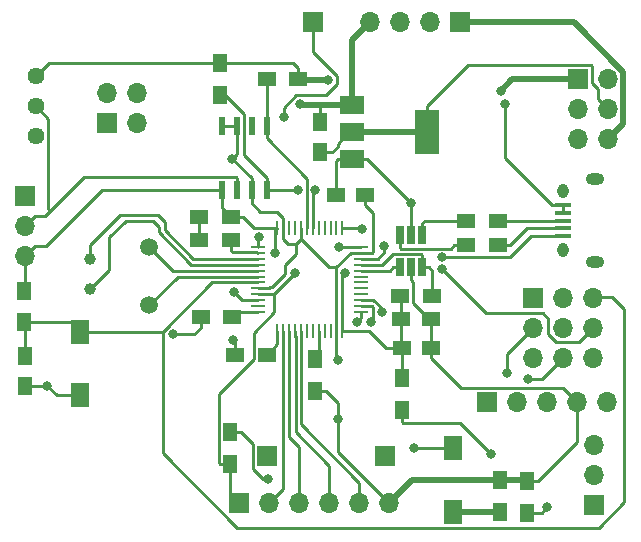
<source format=gbr>
G04 #@! TF.GenerationSoftware,KiCad,Pcbnew,(5.1.5)-3*
G04 #@! TF.CreationDate,2020-04-28T00:17:26+02:00*
G04 #@! TF.ProjectId,main_pcb,6d61696e-5f70-4636-922e-6b696361645f,1*
G04 #@! TF.SameCoordinates,Original*
G04 #@! TF.FileFunction,Copper,L1,Top*
G04 #@! TF.FilePolarity,Positive*
%FSLAX46Y46*%
G04 Gerber Fmt 4.6, Leading zero omitted, Abs format (unit mm)*
G04 Created by KiCad (PCBNEW (5.1.5)-3) date 2020-04-28 00:17:26*
%MOMM*%
%LPD*%
G04 APERTURE LIST*
%ADD10R,1.700000X1.700000*%
%ADD11O,1.700000X1.700000*%
%ADD12R,1.250000X1.500000*%
%ADD13R,1.500000X1.250000*%
%ADD14R,1.300000X1.500000*%
%ADD15R,1.500000X1.300000*%
%ADD16R,1.350000X0.400000*%
%ADD17O,0.950000X1.250000*%
%ADD18O,1.550000X1.000000*%
%ADD19C,1.440000*%
%ADD20R,1.600000X2.000000*%
%ADD21R,1.300000X0.250000*%
%ADD22R,0.250000X1.300000*%
%ADD23R,0.600000X1.550000*%
%ADD24R,0.650000X1.560000*%
%ADD25R,2.000000X3.800000*%
%ADD26R,2.000000X1.500000*%
%ADD27C,1.500000*%
%ADD28C,1.000000*%
%ADD29C,0.800000*%
%ADD30C,0.250000*%
%ADD31C,0.500000*%
G04 APERTURE END LIST*
D10*
X130800000Y-92500000D03*
D11*
X133340000Y-92500000D03*
X135880000Y-92500000D03*
X138420000Y-92500000D03*
X140960000Y-92500000D03*
D12*
X91658440Y-88633300D03*
X91658440Y-91133300D03*
D13*
X126073220Y-87944960D03*
X123573220Y-87944960D03*
X126043060Y-85476080D03*
X123543060Y-85476080D03*
X120495380Y-74978260D03*
X117995380Y-74978260D03*
D12*
X116644420Y-71330820D03*
X116644420Y-68830820D03*
D14*
X109049820Y-97745540D03*
X109049820Y-95045540D03*
X123558300Y-90487500D03*
X123558300Y-93187500D03*
D15*
X106396800Y-76824840D03*
X109096800Y-76824840D03*
D10*
X128501140Y-60370720D03*
D11*
X125961140Y-60370720D03*
X123421140Y-60370720D03*
X120881140Y-60370720D03*
X141013180Y-70243700D03*
X138473180Y-70243700D03*
X141013180Y-67703700D03*
X138473180Y-67703700D03*
X141013180Y-65163700D03*
D10*
X138473180Y-65163700D03*
X122191780Y-97066100D03*
X109819440Y-101041200D03*
D11*
X112359440Y-101041200D03*
X114899440Y-101041200D03*
X117439440Y-101041200D03*
X119979440Y-101041200D03*
X122519440Y-101041200D03*
D10*
X112166400Y-97068640D03*
X98651060Y-68856860D03*
D11*
X98651060Y-66316860D03*
X101191060Y-68856860D03*
X101191060Y-66316860D03*
D10*
X91706700Y-75067160D03*
D11*
X91706700Y-77607160D03*
X91706700Y-80147160D03*
D16*
X137245100Y-78452500D03*
X137245100Y-77802500D03*
X137245100Y-77152500D03*
X137245100Y-76502500D03*
X137245100Y-75852500D03*
D17*
X137245100Y-79652500D03*
X137245100Y-74652500D03*
D18*
X139945100Y-80652500D03*
X139945100Y-73652500D03*
D14*
X131927600Y-99133660D03*
X131927600Y-101833660D03*
X134221220Y-101876840D03*
X134221220Y-99176840D03*
D15*
X109240300Y-85341460D03*
X106540300Y-85341460D03*
X109428300Y-88506300D03*
X112128300Y-88506300D03*
D14*
X91622880Y-85783420D03*
X91622880Y-83083420D03*
D15*
X109118400Y-78806040D03*
X106418400Y-78806040D03*
D14*
X108197660Y-63798460D03*
X108197660Y-66498460D03*
D15*
X112128320Y-65173860D03*
X114828320Y-65173860D03*
X126171960Y-83545680D03*
X123471960Y-83545680D03*
D19*
X92585540Y-64952880D03*
X92585540Y-67492880D03*
X92585540Y-70032880D03*
D15*
X129018040Y-79253080D03*
X131718040Y-79253080D03*
X129001540Y-77190600D03*
X131701540Y-77190600D03*
D20*
X127911860Y-96423500D03*
X127911860Y-101823500D03*
X96316800Y-86560680D03*
X96316800Y-91960680D03*
D21*
X111448600Y-79393600D03*
X111448600Y-79893600D03*
X111448600Y-80393600D03*
X111448600Y-80893600D03*
X111448600Y-81393600D03*
X111448600Y-81893600D03*
X111448600Y-82393600D03*
X111448600Y-82893600D03*
X111448600Y-83393600D03*
X111448600Y-83893600D03*
X111448600Y-84393600D03*
X111448600Y-84893600D03*
D22*
X113048600Y-86493600D03*
X113548600Y-86493600D03*
X114048600Y-86493600D03*
X114548600Y-86493600D03*
X115048600Y-86493600D03*
X115548600Y-86493600D03*
X116048600Y-86493600D03*
X116548600Y-86493600D03*
X117048600Y-86493600D03*
X117548600Y-86493600D03*
X118048600Y-86493600D03*
X118548600Y-86493600D03*
D21*
X120148600Y-84893600D03*
X120148600Y-84393600D03*
X120148600Y-83893600D03*
X120148600Y-83393600D03*
X120148600Y-82893600D03*
X120148600Y-82393600D03*
X120148600Y-81893600D03*
X120148600Y-81393600D03*
X120148600Y-80893600D03*
X120148600Y-80393600D03*
X120148600Y-79893600D03*
X120148600Y-79393600D03*
D22*
X118548600Y-77793600D03*
X118048600Y-77793600D03*
X117548600Y-77793600D03*
X117048600Y-77793600D03*
X116548600Y-77793600D03*
X116048600Y-77793600D03*
X115548600Y-77793600D03*
X115048600Y-77793600D03*
X114548600Y-77793600D03*
X114048600Y-77793600D03*
X113548600Y-77793600D03*
X113048600Y-77793600D03*
D23*
X108320840Y-74566760D03*
X109590840Y-74566760D03*
X110860840Y-74566760D03*
X112130840Y-74566760D03*
X112130840Y-69166760D03*
X110860840Y-69166760D03*
X109590840Y-69166760D03*
X108320840Y-69166760D03*
D24*
X123413480Y-81116160D03*
X124363480Y-81116160D03*
X125313480Y-81116160D03*
X125313480Y-78416160D03*
X123413480Y-78416160D03*
X124363480Y-78416160D03*
D25*
X125692300Y-69639180D03*
D26*
X119392300Y-69639180D03*
X119392300Y-71939180D03*
X119392300Y-67339180D03*
D27*
X102199440Y-79420720D03*
X102199440Y-84320720D03*
D28*
X97205800Y-80365600D03*
X97205800Y-82905600D03*
D14*
X116255800Y-91567000D03*
X116255800Y-88867000D03*
D11*
X139829540Y-96192340D03*
X139829540Y-98732340D03*
D10*
X139829540Y-101272340D03*
X116039900Y-60373260D03*
X134696200Y-83703160D03*
D11*
X137236200Y-83703160D03*
X134696200Y-86243160D03*
X137236200Y-86243160D03*
X134696200Y-88783160D03*
X137236200Y-88783160D03*
X139776200Y-83703160D03*
X139776200Y-86243160D03*
X139776200Y-88783160D03*
D29*
X109186980Y-71904860D03*
X114998679Y-67276801D03*
X118186200Y-88922860D03*
X132351780Y-67269360D03*
X93576140Y-91132660D03*
X118193820Y-93913960D03*
X118773600Y-81613471D03*
X112823600Y-79888080D03*
X118267480Y-79395320D03*
X131953000Y-66141600D03*
X117340380Y-65265300D03*
X114548991Y-81613471D03*
X126954280Y-80246161D03*
X124363480Y-75660360D03*
X112245140Y-99011740D03*
X134228840Y-90530680D03*
X109326680Y-87274400D03*
X104233594Y-86771011D03*
X109380020Y-83195160D03*
X124627640Y-96426020D03*
X135912860Y-101394260D03*
X131150360Y-96903540D03*
X132527040Y-90017600D03*
X111478060Y-78518600D03*
X113591340Y-68374260D03*
X116273600Y-74564240D03*
X114805460Y-74569320D03*
X121889520Y-84876640D03*
X120967500Y-85768600D03*
X119806720Y-85768600D03*
X126984760Y-81295240D03*
X122084459Y-79288899D03*
X120200420Y-77830680D03*
D30*
X113548600Y-76933598D02*
X113035982Y-76420980D01*
X113548600Y-77793600D02*
X113548600Y-76933598D01*
X113035982Y-76420980D02*
X111587280Y-76420980D01*
X110860840Y-75694540D02*
X110860840Y-74566760D01*
X111587280Y-76420980D02*
X110860840Y-75694540D01*
X109223940Y-71904860D02*
X109186980Y-71904860D01*
X110860840Y-73541760D02*
X109223940Y-71904860D01*
X110860840Y-74566760D02*
X110860840Y-73541760D01*
X109590840Y-71501000D02*
X109186980Y-71904860D01*
X109590840Y-69166760D02*
X109590840Y-71501000D01*
X108320840Y-69166760D02*
X109590840Y-69166760D01*
D31*
X115061058Y-67339180D02*
X114998679Y-67276801D01*
D30*
X114998679Y-67276801D02*
X115090401Y-67276801D01*
D31*
X124426980Y-99133660D02*
X122519440Y-101041200D01*
X131927600Y-99133660D02*
X124426980Y-99133660D01*
D30*
X118048600Y-88785260D02*
X118048600Y-86493600D01*
X118186200Y-88922860D02*
X118048600Y-88785260D01*
X122519440Y-101041200D02*
X118193820Y-96715580D01*
X118193820Y-96715580D02*
X118193820Y-93913960D01*
X111448600Y-82893600D02*
X112308602Y-82893600D01*
X119248600Y-79893600D02*
X120148600Y-79893600D01*
X118048600Y-81093600D02*
X119248600Y-79893600D01*
X118048600Y-86493600D02*
X118048600Y-81093600D01*
X124363480Y-82146160D02*
X124363480Y-81116160D01*
X124546961Y-82329641D02*
X124363480Y-82146160D01*
X124546961Y-84104981D02*
X124546961Y-82329641D01*
X125918060Y-85476080D02*
X124546961Y-84104981D01*
X126043060Y-85476080D02*
X125918060Y-85476080D01*
X137245100Y-75852500D02*
X137245100Y-76502500D01*
X132351780Y-71884180D02*
X132351780Y-67269360D01*
X137245100Y-75852500D02*
X136320100Y-75852500D01*
X136320100Y-75852500D02*
X132351780Y-71884180D01*
D31*
X119392300Y-61859560D02*
X120881140Y-60370720D01*
X119392300Y-67339180D02*
X119392300Y-61859560D01*
D30*
X118193820Y-92605020D02*
X118193820Y-93348275D01*
X117155800Y-91567000D02*
X118193820Y-92605020D01*
X116255800Y-91567000D02*
X117155800Y-91567000D01*
X115048600Y-78693600D02*
X114616120Y-79126080D01*
X115048600Y-77793600D02*
X115048600Y-78693600D01*
X126073220Y-85506240D02*
X126043060Y-85476080D01*
X126073220Y-87944960D02*
X126073220Y-85506240D01*
X117448600Y-81093600D02*
X118048600Y-81093600D01*
X115048600Y-78693600D02*
X117448600Y-81093600D01*
X121048600Y-79893600D02*
X120148600Y-79893600D01*
X121123601Y-79818599D02*
X121048600Y-79893600D01*
X121123601Y-76481481D02*
X121123601Y-79818599D01*
X120495380Y-75853260D02*
X121123601Y-76481481D01*
X120495380Y-74978260D02*
X120495380Y-75853260D01*
X96316800Y-91960680D02*
X94409240Y-91960680D01*
X94409240Y-91960680D02*
X93581220Y-91132660D01*
X93581220Y-91132660D02*
X93576140Y-91132660D01*
X93575500Y-91133300D02*
X93576140Y-91132660D01*
X91658440Y-91133300D02*
X93575500Y-91133300D01*
X116641880Y-67828280D02*
X116641880Y-67335400D01*
X116644420Y-67830820D02*
X116641880Y-67828280D01*
X116644420Y-68830820D02*
X116644420Y-67830820D01*
D31*
X119392300Y-67339180D02*
X116641880Y-67335400D01*
X116641880Y-67335400D02*
X115061058Y-67339180D01*
X134178040Y-99133660D02*
X134221220Y-99176840D01*
X131927600Y-99133660D02*
X134178040Y-99133660D01*
D30*
X118193820Y-93348275D02*
X118193820Y-93913960D01*
X135121220Y-99176840D02*
X134221220Y-99176840D01*
X138420000Y-95878060D02*
X135121220Y-99176840D01*
X138420000Y-92500000D02*
X138420000Y-95878060D01*
X126073220Y-88819960D02*
X126073220Y-87944960D01*
X128559659Y-91306399D02*
X126073220Y-88819960D01*
X137226399Y-91306399D02*
X138420000Y-92500000D01*
X128559659Y-91306399D02*
X137226399Y-91306399D01*
X113548600Y-78693600D02*
X113548600Y-77793600D01*
X113981080Y-79126080D02*
X113548600Y-78693600D01*
X114616120Y-79126080D02*
X113981080Y-79126080D01*
X112423601Y-82778601D02*
X112613439Y-82778601D01*
X112308602Y-82893600D02*
X112423601Y-82778601D01*
X112613439Y-82778601D02*
X113675160Y-81716880D01*
X113675160Y-81716880D02*
X113675160Y-80899000D01*
X114616120Y-79958040D02*
X114616120Y-79126080D01*
X113675160Y-80899000D02*
X114616120Y-79958040D01*
X91658440Y-85818980D02*
X91622880Y-85783420D01*
X91658440Y-88633300D02*
X91658440Y-85818980D01*
X95539540Y-85783420D02*
X96316800Y-86560680D01*
X91622880Y-85783420D02*
X95539540Y-85783420D01*
X110548600Y-82393600D02*
X111448600Y-82393600D01*
X107503158Y-82393600D02*
X110548600Y-82393600D01*
X103336078Y-86560680D02*
X107503158Y-82393600D01*
X96316800Y-86560680D02*
X103336078Y-86560680D01*
X103336078Y-96842840D02*
X103336078Y-86560680D01*
X109641739Y-103148501D02*
X103336078Y-96842840D01*
X140238381Y-103148501D02*
X109641739Y-103148501D01*
X139621260Y-83649820D02*
X140721260Y-83649820D01*
X140238381Y-103148501D02*
X142407640Y-100979242D01*
X142407640Y-100979242D02*
X142407640Y-84653120D01*
X141404340Y-83649820D02*
X140721260Y-83649820D01*
X142407640Y-84653120D02*
X141404340Y-83649820D01*
X104172320Y-81393600D02*
X102199440Y-79420720D01*
X111448600Y-81393600D02*
X104172320Y-81393600D01*
X104626560Y-81893600D02*
X102199440Y-84320720D01*
X111448600Y-81893600D02*
X104626560Y-81893600D01*
X105912812Y-80393600D02*
X111448600Y-80393600D01*
X103496202Y-77976990D02*
X103496202Y-77273242D01*
X105912812Y-80393600D02*
X103496202Y-77976990D01*
X103496202Y-77273242D02*
X102930960Y-76708000D01*
X102930960Y-76708000D02*
X99684840Y-76708000D01*
X97205800Y-79187040D02*
X97205800Y-80365600D01*
X99684840Y-76708000D02*
X97205800Y-79187040D01*
X98806000Y-81305400D02*
X97205800Y-82905600D01*
X98806000Y-78582520D02*
X98806000Y-81305400D01*
X100218240Y-77170280D02*
X98806000Y-78582520D01*
X105776402Y-80893600D02*
X103046193Y-78163391D01*
X111448600Y-80893600D02*
X105776402Y-80893600D01*
X103046193Y-78163391D02*
X103046193Y-77732553D01*
X103046193Y-77732553D02*
X102483920Y-77170280D01*
X102483920Y-77170280D02*
X100218240Y-77170280D01*
X109049820Y-100271580D02*
X109819440Y-101041200D01*
X109049820Y-97745540D02*
X109049820Y-100271580D01*
X92556699Y-79297161D02*
X93488879Y-79297161D01*
X91706700Y-80147160D02*
X92556699Y-79297161D01*
X98219280Y-74566760D02*
X108320840Y-74566760D01*
X93488879Y-79297161D02*
X98219280Y-74566760D01*
X118548600Y-86493600D02*
X118548600Y-81838471D01*
X118548600Y-81838471D02*
X118773600Y-81613471D01*
X112823600Y-78018600D02*
X113048600Y-77793600D01*
X112823600Y-79888080D02*
X112823600Y-78018600D01*
X120146880Y-79395320D02*
X120148600Y-79393600D01*
X118267480Y-79395320D02*
X120146880Y-79395320D01*
X109472720Y-100694480D02*
X109819440Y-101041200D01*
X91706700Y-82999600D02*
X91622880Y-83083420D01*
X91706700Y-80147160D02*
X91706700Y-82999600D01*
X123543060Y-83616780D02*
X123471960Y-83545680D01*
X123543060Y-85476080D02*
X123543060Y-83616780D01*
D31*
X132930900Y-65163700D02*
X138473180Y-65163700D01*
X131953000Y-66141600D02*
X132930900Y-65163700D01*
X114919760Y-65265300D02*
X114828320Y-65173860D01*
X117340380Y-65265300D02*
X114919760Y-65265300D01*
D30*
X108320840Y-76048880D02*
X109096800Y-76824840D01*
X108320840Y-74566760D02*
X108320840Y-76048880D01*
X112673600Y-77793600D02*
X113048600Y-77793600D01*
X111065560Y-77793600D02*
X112673600Y-77793600D01*
X110096800Y-76824840D02*
X111065560Y-77793600D01*
X109096800Y-76824840D02*
X110096800Y-76824840D01*
X123543060Y-87914800D02*
X123573220Y-87944960D01*
X123543060Y-85476080D02*
X123543060Y-87914800D01*
X123573220Y-90472580D02*
X123558300Y-90487500D01*
X123573220Y-87944960D02*
X123573220Y-90472580D01*
X111448600Y-83393600D02*
X112768862Y-83393600D01*
X112768862Y-83393600D02*
X114548991Y-81613471D01*
X112768862Y-84933340D02*
X112768862Y-83393600D01*
X111053299Y-86648903D02*
X112768862Y-84933340D01*
X111053299Y-88866303D02*
X111053299Y-86648903D01*
X108074819Y-91844783D02*
X111053299Y-88866303D01*
X108074819Y-97670539D02*
X108074819Y-91844783D01*
X108149820Y-97745540D02*
X108074819Y-97670539D01*
X109049820Y-97745540D02*
X108149820Y-97745540D01*
X109097660Y-63798460D02*
X108197660Y-63798460D01*
X114352920Y-63798460D02*
X109097660Y-63798460D01*
X114828320Y-64273860D02*
X114352920Y-63798460D01*
X114828320Y-65173860D02*
X114828320Y-64273860D01*
X93739960Y-63798460D02*
X92585540Y-64952880D01*
X108197660Y-63798460D02*
X93739960Y-63798460D01*
X118548600Y-86493600D02*
X120809000Y-86493600D01*
X122260360Y-87944960D02*
X123573220Y-87944960D01*
X120809000Y-86493600D02*
X122260360Y-87944960D01*
X124363480Y-77386160D02*
X124363480Y-78416160D01*
X124363480Y-75660360D02*
X124363480Y-77386160D01*
X120642300Y-71939180D02*
X124363480Y-75660360D01*
X119392300Y-71939180D02*
X120642300Y-71939180D01*
X118142300Y-71939180D02*
X119392300Y-71939180D01*
X117995380Y-72086100D02*
X118142300Y-71939180D01*
X117995380Y-74978260D02*
X117995380Y-72086100D01*
X132709961Y-80246161D02*
X126954280Y-80246161D01*
X137245100Y-78452500D02*
X134503622Y-78452500D01*
X134503622Y-78452500D02*
X132709961Y-80246161D01*
D31*
X119392300Y-69639180D02*
X125692300Y-69639180D01*
D30*
X119142300Y-69639180D02*
X119392300Y-69639180D01*
X118142300Y-70639180D02*
X119142300Y-69639180D01*
X118142300Y-70889180D02*
X118142300Y-70639180D01*
X117700660Y-71330820D02*
X118142300Y-70889180D01*
X116644420Y-71330820D02*
X117700660Y-71330820D01*
X125692300Y-67489180D02*
X125692300Y-69639180D01*
X129192781Y-63988699D02*
X125692300Y-67489180D01*
X139583181Y-63988699D02*
X129192781Y-63988699D01*
X139648181Y-64053699D02*
X139583181Y-63988699D01*
X139648181Y-65537703D02*
X139648181Y-64053699D01*
X140163181Y-66052703D02*
X139648181Y-65537703D01*
X140163181Y-66853701D02*
X140163181Y-66052703D01*
X141013180Y-67703700D02*
X140163181Y-66853701D01*
X109949820Y-95045540D02*
X110991399Y-96087119D01*
X109049820Y-95045540D02*
X109949820Y-95045540D01*
X110991399Y-96087119D02*
X110991399Y-98178641D01*
X110991399Y-98178641D02*
X111824498Y-99011740D01*
X111824498Y-99011740D02*
X112245140Y-99011740D01*
X135488680Y-90530680D02*
X137236200Y-88783160D01*
X134228840Y-90530680D02*
X135488680Y-90530680D01*
X109428300Y-88506300D02*
X109428300Y-87376020D01*
X109428300Y-87376020D02*
X109326680Y-87274400D01*
X106010749Y-86771011D02*
X104233594Y-86771011D01*
X106540300Y-85341460D02*
X106540300Y-86241460D01*
X106540300Y-86241460D02*
X106010749Y-86771011D01*
X110078460Y-83893600D02*
X111448600Y-83893600D01*
X109380020Y-83195160D02*
X110078460Y-83893600D01*
X127909340Y-96426020D02*
X127911860Y-96423500D01*
X124627640Y-96426020D02*
X127909340Y-96426020D01*
X134221220Y-101876840D02*
X135430280Y-101876840D01*
X135430280Y-101876840D02*
X135912860Y-101394260D01*
X128530601Y-94283781D02*
X131150360Y-96903540D01*
X123654581Y-94283781D02*
X128530601Y-94283781D01*
X123558300Y-93187500D02*
X123558300Y-94187500D01*
X123558300Y-94187500D02*
X123654581Y-94283781D01*
X106418400Y-76846440D02*
X106396800Y-76824840D01*
X106418400Y-78806040D02*
X106418400Y-76846440D01*
X132527040Y-88412320D02*
X134696200Y-86243160D01*
X132527040Y-90017600D02*
X132527040Y-88412320D01*
D31*
X141863179Y-69393701D02*
X141013180Y-70243700D01*
X142313181Y-68943699D02*
X141863179Y-69393701D01*
X142313181Y-64539699D02*
X142313181Y-68943699D01*
X138144202Y-60370720D02*
X142313181Y-64539699D01*
X128501140Y-60370720D02*
X138144202Y-60370720D01*
D30*
X115048600Y-86493600D02*
X115048600Y-94400940D01*
X119979440Y-99331780D02*
X119979440Y-101041200D01*
X115048600Y-94400940D02*
X119979440Y-99331780D01*
X114598590Y-86950690D02*
X114598590Y-95073610D01*
X114548600Y-86493600D02*
X114548600Y-86900700D01*
X114548600Y-86900700D02*
X114598590Y-86950690D01*
X117439440Y-97914460D02*
X117439440Y-101041200D01*
X114598590Y-95073610D02*
X117439440Y-97914460D01*
X114048600Y-86493600D02*
X114048600Y-95496440D01*
X114899440Y-96347280D02*
X114899440Y-101041200D01*
X114048600Y-95496440D02*
X114899440Y-96347280D01*
X113548600Y-99852040D02*
X112359440Y-101041200D01*
X113548600Y-86493600D02*
X113548600Y-99852040D01*
X111448600Y-79393600D02*
X111448600Y-78548060D01*
X111448600Y-78548060D02*
X111478060Y-78518600D01*
X113591340Y-67808575D02*
X113591340Y-68374260D01*
X113591340Y-67611138D02*
X113591340Y-67808575D01*
X114650678Y-66551800D02*
X113591340Y-67611138D01*
X117126882Y-66551800D02*
X114650678Y-66551800D01*
X118065381Y-65613301D02*
X117126882Y-66551800D01*
X118065381Y-64917299D02*
X118065381Y-65613301D01*
X116039900Y-62891818D02*
X118065381Y-64917299D01*
X116039900Y-60373260D02*
X116039900Y-62891818D01*
X92556699Y-76757161D02*
X93356799Y-76757161D01*
X91706700Y-77607160D02*
X92556699Y-76757161D01*
X109590840Y-73541760D02*
X109590840Y-74566760D01*
X109515839Y-73466759D02*
X109590840Y-73541760D01*
X96647201Y-73466759D02*
X109515839Y-73466759D01*
X93630541Y-76114701D02*
X93819980Y-76304140D01*
X93630541Y-68537881D02*
X93630541Y-76114701D01*
X92585540Y-67492880D02*
X93630541Y-68537881D01*
X93356799Y-76757161D02*
X93819980Y-76304140D01*
X93819980Y-76304140D02*
X96647201Y-73466759D01*
X137207000Y-77190600D02*
X137245100Y-77152500D01*
X131701540Y-77190600D02*
X137207000Y-77190600D01*
X136320100Y-77802500D02*
X137245100Y-77802500D01*
X134168620Y-77802500D02*
X136320100Y-77802500D01*
X132718040Y-79253080D02*
X134168620Y-77802500D01*
X131718040Y-79253080D02*
X132718040Y-79253080D01*
D31*
X131917440Y-101823500D02*
X131927600Y-101833660D01*
X127911860Y-101823500D02*
X131917440Y-101823500D01*
D30*
X109688160Y-84893600D02*
X109240300Y-85341460D01*
X111448600Y-84893600D02*
X109688160Y-84893600D01*
X113048600Y-87586000D02*
X112128300Y-88506300D01*
X113048600Y-86493600D02*
X113048600Y-87586000D01*
X109118400Y-79706040D02*
X109118400Y-78806040D01*
X109255961Y-79843601D02*
X109118400Y-79706040D01*
X111305701Y-79843601D02*
X109255961Y-79843601D01*
X111355700Y-79893600D02*
X111305701Y-79843601D01*
X111448600Y-79893600D02*
X111355700Y-79893600D01*
X116048600Y-77793600D02*
X116048600Y-74789240D01*
X116048600Y-74789240D02*
X116273600Y-74564240D01*
X112133400Y-74569320D02*
X112130840Y-74566760D01*
X114805460Y-74569320D02*
X112133400Y-74569320D01*
X110215841Y-68131759D02*
X108492382Y-66408300D01*
X112130840Y-74566760D02*
X112130840Y-73541760D01*
X110215841Y-71626761D02*
X110215841Y-68131759D01*
X112130840Y-73541760D02*
X110215841Y-71626761D01*
X115548600Y-76893600D02*
X115548600Y-77793600D01*
X115548600Y-73609520D02*
X115548600Y-76893600D01*
X112130840Y-70191760D02*
X115548600Y-73609520D01*
X112130840Y-69166760D02*
X112130840Y-70191760D01*
X112130840Y-65176380D02*
X112128320Y-65173860D01*
X112130840Y-69166760D02*
X112130840Y-65176380D01*
X125888480Y-81116160D02*
X125313480Y-81116160D01*
X126171960Y-81399640D02*
X125888480Y-81116160D01*
X126171960Y-83545680D02*
X126171960Y-81399640D01*
X125313480Y-80086160D02*
X125313480Y-81116160D01*
X125238479Y-80011159D02*
X125313480Y-80086160D01*
X122828479Y-80011159D02*
X125238479Y-80011159D01*
X121946038Y-80893600D02*
X122828479Y-80011159D01*
X120148600Y-80893600D02*
X121946038Y-80893600D01*
X123413480Y-79446160D02*
X123413480Y-78416160D01*
X123488481Y-79521161D02*
X123413480Y-79446160D01*
X127749959Y-79521161D02*
X123488481Y-79521161D01*
X128018040Y-79253080D02*
X127749959Y-79521161D01*
X129018040Y-79253080D02*
X128018040Y-79253080D01*
X125313480Y-77386160D02*
X125313480Y-78416160D01*
X125509040Y-77190600D02*
X125313480Y-77386160D01*
X129001540Y-77190600D02*
X125509040Y-77190600D01*
X121048600Y-81393600D02*
X120148600Y-81393600D01*
X122561040Y-81393600D02*
X121048600Y-81393600D01*
X122838480Y-81116160D02*
X122561040Y-81393600D01*
X123413480Y-81116160D02*
X122838480Y-81116160D01*
X116548600Y-88574200D02*
X116255800Y-88867000D01*
X116548600Y-86493600D02*
X116548600Y-88574200D01*
X121889520Y-84598110D02*
X121889520Y-84876640D01*
X120148600Y-83893600D02*
X121185010Y-83893600D01*
X121185010Y-83893600D02*
X121889520Y-84598110D01*
X121123601Y-85612499D02*
X120967500Y-85768600D01*
X121123601Y-84468601D02*
X121123601Y-85612499D01*
X120148600Y-84393600D02*
X121048600Y-84393600D01*
X121048600Y-84393600D02*
X121123601Y-84468601D01*
X120148600Y-84893600D02*
X120148600Y-85426720D01*
X120148600Y-85426720D02*
X119806720Y-85768600D01*
X122084459Y-79854584D02*
X122084459Y-79288899D01*
X120148600Y-80393600D02*
X121545443Y-80393600D01*
X121545443Y-80393600D02*
X122084459Y-79854584D01*
X138601199Y-87418161D02*
X139776200Y-86243160D01*
X136672199Y-87418161D02*
X138601199Y-87418161D01*
X130706879Y-85017359D02*
X135497319Y-85017359D01*
X126984760Y-81295240D02*
X130706879Y-85017359D01*
X135497319Y-85017359D02*
X135976360Y-85496400D01*
X135976360Y-85496400D02*
X135976360Y-86722322D01*
X135976360Y-86722322D02*
X136672199Y-87418161D01*
X118548600Y-77793600D02*
X120163340Y-77793600D01*
X120163340Y-77793600D02*
X120200420Y-77830680D01*
M02*

</source>
